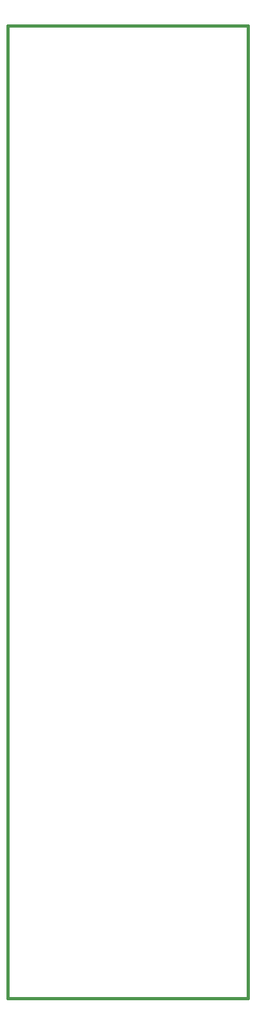
<source format=gbr>
G04 (created by PCBNEW-RS274X (2012-01-19 BZR 3256)-stable) date 12/6/2012 8:31:16 PM*
G01*
G70*
G90*
%MOIN*%
G04 Gerber Fmt 3.4, Leading zero omitted, Abs format*
%FSLAX34Y34*%
G04 APERTURE LIST*
%ADD10C,0.006000*%
%ADD11C,0.015000*%
G04 APERTURE END LIST*
G54D10*
G54D11*
X17575Y-27125D02*
X17075Y-27125D01*
X17575Y-77625D02*
X17575Y-27125D01*
X17075Y-77625D02*
X17575Y-77625D01*
X05075Y-27125D02*
X17075Y-27125D01*
X05075Y-33625D02*
X05075Y-27125D01*
X05075Y-77625D02*
X17075Y-77625D01*
X05075Y-33625D02*
X05075Y-77625D01*
M02*

</source>
